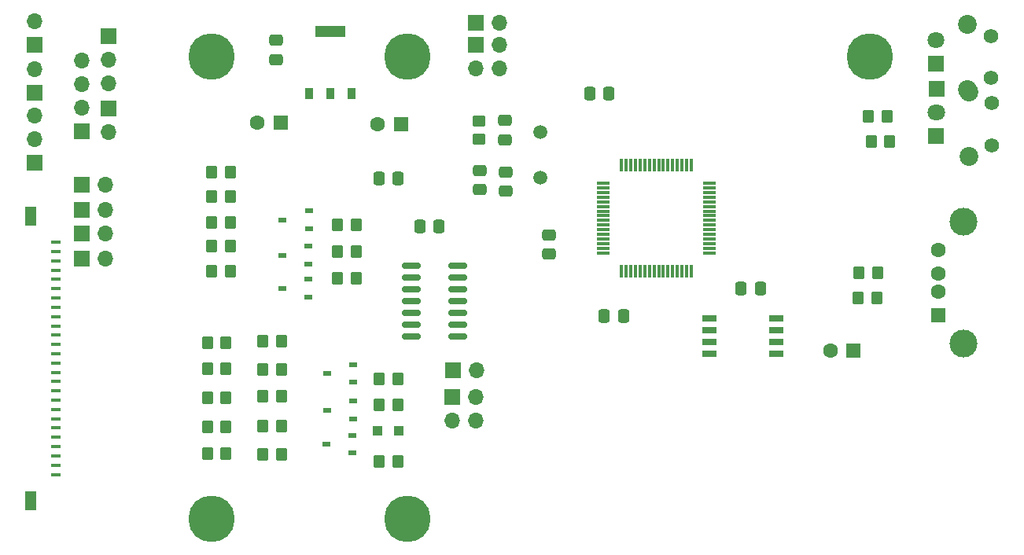
<source format=gbr>
%TF.GenerationSoftware,KiCad,Pcbnew,9.0.5*%
%TF.CreationDate,2025-10-23T10:07:50+01:00*%
%TF.ProjectId,Gotek,476f7465-6b2e-46b6-9963-61645f706362,rev?*%
%TF.SameCoordinates,Original*%
%TF.FileFunction,Soldermask,Top*%
%TF.FilePolarity,Negative*%
%FSLAX46Y46*%
G04 Gerber Fmt 4.6, Leading zero omitted, Abs format (unit mm)*
G04 Created by KiCad (PCBNEW 9.0.5) date 2025-10-23 10:07:50*
%MOMM*%
%LPD*%
G01*
G04 APERTURE LIST*
G04 Aperture macros list*
%AMRoundRect*
0 Rectangle with rounded corners*
0 $1 Rounding radius*
0 $2 $3 $4 $5 $6 $7 $8 $9 X,Y pos of 4 corners*
0 Add a 4 corners polygon primitive as box body*
4,1,4,$2,$3,$4,$5,$6,$7,$8,$9,$2,$3,0*
0 Add four circle primitives for the rounded corners*
1,1,$1+$1,$2,$3*
1,1,$1+$1,$4,$5*
1,1,$1+$1,$6,$7*
1,1,$1+$1,$8,$9*
0 Add four rect primitives between the rounded corners*
20,1,$1+$1,$2,$3,$4,$5,0*
20,1,$1+$1,$4,$5,$6,$7,0*
20,1,$1+$1,$6,$7,$8,$9,0*
20,1,$1+$1,$8,$9,$2,$3,0*%
G04 Aperture macros list end*
%ADD10C,5.000000*%
%ADD11R,1.700000X1.700000*%
%ADD12O,1.700000X1.700000*%
%ADD13RoundRect,0.250000X-0.350000X-0.450000X0.350000X-0.450000X0.350000X0.450000X-0.350000X0.450000X0*%
%ADD14RoundRect,0.250000X-0.475000X0.337500X-0.475000X-0.337500X0.475000X-0.337500X0.475000X0.337500X0*%
%ADD15R,1.600000X1.600000*%
%ADD16C,1.600000*%
%ADD17C,1.575000*%
%ADD18C,2.025000*%
%ADD19R,0.900000X0.600000*%
%ADD20R,1.800000X1.800000*%
%ADD21C,1.800000*%
%ADD22RoundRect,0.250000X-0.337500X-0.475000X0.337500X-0.475000X0.337500X0.475000X-0.337500X0.475000X0*%
%ADD23R,1.000000X0.400000*%
%ADD24R,1.300000X2.000000*%
%ADD25R,1.650000X0.700000*%
%ADD26R,1.500000X1.600000*%
%ADD27C,3.000000*%
%ADD28R,1.000000X1.000000*%
%ADD29R,1.475000X0.300000*%
%ADD30R,0.300000X1.475000*%
%ADD31RoundRect,0.250000X0.337500X0.475000X-0.337500X0.475000X-0.337500X-0.475000X0.337500X-0.475000X0*%
%ADD32RoundRect,0.250000X-0.450000X0.350000X-0.450000X-0.350000X0.450000X-0.350000X0.450000X0.350000X0*%
%ADD33C,1.500000*%
%ADD34R,0.950000X1.300000*%
%ADD35R,3.250000X1.300000*%
%ADD36RoundRect,0.250000X0.350000X0.450000X-0.350000X0.450000X-0.350000X-0.450000X0.350000X-0.450000X0*%
%ADD37RoundRect,0.150000X-0.825000X-0.150000X0.825000X-0.150000X0.825000X0.150000X-0.825000X0.150000X0*%
G04 APERTURE END LIST*
D10*
%TO.C,H1*%
X118491000Y-60642500D03*
%TD*%
%TO.C,H2*%
X139573000Y-60642500D03*
%TD*%
%TO.C,H3*%
X118491000Y-110363000D03*
%TD*%
%TO.C,H4*%
X139573000Y-110363000D03*
%TD*%
%TO.C,H5*%
X189357000Y-60642500D03*
%TD*%
D11*
%TO.C,J10*%
X104502000Y-68633500D03*
D12*
X104502000Y-66093500D03*
X104502000Y-63553500D03*
X104502000Y-61013500D03*
%TD*%
D13*
%TO.C,PU5*%
X118000000Y-91398700D03*
X120000000Y-91398700D03*
%TD*%
D14*
%TO.C,C4*%
X147307300Y-72877200D03*
X147307300Y-74952200D03*
%TD*%
D13*
%TO.C,R20*%
X189160300Y-67027400D03*
X191160300Y-67027400D03*
%TD*%
D11*
%TO.C,J7*%
X144360900Y-97291500D03*
D12*
X146900900Y-97291500D03*
X144360900Y-99831500D03*
X146900900Y-99831500D03*
%TD*%
D15*
%TO.C,C1*%
X187587100Y-92313100D03*
D16*
X185087100Y-92313100D03*
%TD*%
D11*
%TO.C,JK1*%
X146888200Y-56991200D03*
D12*
X149428200Y-56991200D03*
%TD*%
D11*
%TO.C,JA1*%
X104500000Y-77080000D03*
D12*
X107040000Y-77080000D03*
%TD*%
D17*
%TO.C,S4*%
X202485600Y-70133600D03*
X202485600Y-65633600D03*
D18*
X199985600Y-71383600D03*
X199985600Y-64383600D03*
%TD*%
D19*
%TO.C,Q5*%
X133680000Y-99616300D03*
X133680000Y-97716300D03*
X130880000Y-98666300D03*
%TD*%
D13*
%TO.C,RN4*%
X136500000Y-104171700D03*
X138500000Y-104171700D03*
%TD*%
D19*
%TO.C,Q6*%
X133702300Y-95685600D03*
X133702300Y-93785600D03*
X130902300Y-94735600D03*
%TD*%
D20*
%TO.C,L5*%
X196472200Y-69119700D03*
D21*
X196472200Y-66579700D03*
%TD*%
D22*
%TO.C,C20*%
X140878700Y-78882900D03*
X142953700Y-78882900D03*
%TD*%
D15*
%TO.C,C17*%
X138863100Y-67862400D03*
D16*
X136363100Y-67862400D03*
%TD*%
D13*
%TO.C,PU12*%
X118000000Y-103397000D03*
X120000000Y-103397000D03*
%TD*%
D22*
%TO.C,C6*%
X159165900Y-64573100D03*
X161240900Y-64573100D03*
%TD*%
D17*
%TO.C,S3*%
X202345900Y-62915800D03*
X202345900Y-58415800D03*
D18*
X199845900Y-64165800D03*
X199845900Y-57165800D03*
%TD*%
D13*
%TO.C,PU13*%
X124000000Y-103432000D03*
X126000000Y-103432000D03*
%TD*%
%TO.C,PU2*%
X118500000Y-78432000D03*
X120500000Y-78432000D03*
%TD*%
%TO.C,PU11*%
X118000000Y-100466500D03*
X120000000Y-100466500D03*
%TD*%
D19*
%TO.C,Q3*%
X128901700Y-86500400D03*
X128901700Y-84600400D03*
X126101700Y-85550400D03*
%TD*%
D23*
%TO.C,P1*%
X101660000Y-80610000D03*
X101660000Y-81610000D03*
X101660000Y-82610001D03*
X101660000Y-83609999D03*
X101660000Y-84609999D03*
X101660000Y-85610000D03*
X101660000Y-86610000D03*
X101660000Y-87609998D03*
X101660000Y-88609999D03*
X101660000Y-89609999D03*
X101660000Y-90610000D03*
X101660000Y-91610000D03*
X101660000Y-92609998D03*
X101660000Y-93609999D03*
X101660000Y-94610000D03*
X101660000Y-95610000D03*
X101660000Y-96610001D03*
X101660000Y-97609999D03*
X101660000Y-98609999D03*
X101660000Y-99610000D03*
X101660000Y-100610000D03*
X101660000Y-101610001D03*
X101660000Y-102609999D03*
X101660000Y-103609999D03*
X101660000Y-104610000D03*
X101660000Y-105610000D03*
D24*
X98960001Y-77810025D03*
X98960001Y-108409975D03*
%TD*%
D11*
%TO.C,J5*%
X104500000Y-74400000D03*
D12*
X107040000Y-74400000D03*
%TD*%
D11*
%TO.C,JKA1*%
X144460700Y-94351500D03*
D12*
X147000700Y-94351500D03*
%TD*%
D13*
%TO.C,PU9*%
X118000000Y-97326400D03*
X120000000Y-97326400D03*
%TD*%
D11*
%TO.C,JE1*%
X99450000Y-59350000D03*
D12*
X99450000Y-56810000D03*
%TD*%
D19*
%TO.C,Q4*%
X133616500Y-103286600D03*
X133616500Y-101386600D03*
X130816500Y-102336600D03*
%TD*%
D13*
%TO.C,RN2*%
X132000000Y-81600700D03*
X134000000Y-81600700D03*
%TD*%
%TO.C,PU8*%
X124000000Y-97221700D03*
X126000000Y-97221700D03*
%TD*%
D22*
%TO.C,C18*%
X136468600Y-73745700D03*
X138543600Y-73745700D03*
%TD*%
D14*
%TO.C,C5*%
X150152100Y-73022500D03*
X150152100Y-75097500D03*
%TD*%
D25*
%TO.C,U8*%
X172063200Y-88788900D03*
X172063200Y-90058900D03*
X172063200Y-91328900D03*
X172063200Y-92598900D03*
X179263200Y-92598900D03*
X179263200Y-91328900D03*
X179263200Y-90058900D03*
X179263200Y-88788900D03*
%TD*%
D11*
%TO.C,J3*%
X107362600Y-58394600D03*
D12*
X107362600Y-60934600D03*
X107362600Y-63474600D03*
%TD*%
D11*
%TO.C,J8*%
X146900000Y-59329400D03*
D12*
X149440000Y-59329400D03*
X146900000Y-61869400D03*
X149440000Y-61869400D03*
%TD*%
D13*
%TO.C,RN1*%
X132000000Y-78705100D03*
X134000000Y-78705100D03*
%TD*%
D26*
%TO.C,P3*%
X196706500Y-88456600D03*
D16*
X196706500Y-85956600D03*
X196706500Y-83956600D03*
X196706500Y-81456600D03*
D27*
X199416500Y-91526600D03*
X199416500Y-78386600D03*
%TD*%
D19*
%TO.C,Q2*%
X128901700Y-82938000D03*
X128901700Y-81038000D03*
X126101700Y-81988000D03*
%TD*%
D28*
%TO.C,DID1*%
X138650000Y-100933200D03*
X136350000Y-100933200D03*
%TD*%
D13*
%TO.C,RN3*%
X132000000Y-84461300D03*
X134000000Y-84461300D03*
%TD*%
%TO.C,RN5*%
X136500000Y-98142400D03*
X138500000Y-98142400D03*
%TD*%
D20*
%TO.C,L3*%
X196484900Y-64039700D03*
D21*
X196484900Y-66579700D03*
%TD*%
D14*
%TO.C,C3*%
X150041000Y-67494900D03*
X150041000Y-69569900D03*
%TD*%
D29*
%TO.C,U3*%
X160606600Y-74250200D03*
X160606600Y-74750200D03*
X160606600Y-75250200D03*
X160606600Y-75750200D03*
X160606600Y-76250200D03*
X160606600Y-76750200D03*
X160606600Y-77250200D03*
X160606600Y-77750200D03*
X160606600Y-78250200D03*
X160606600Y-78750200D03*
X160606600Y-79250200D03*
X160606600Y-79750200D03*
X160606600Y-80250200D03*
X160606600Y-80750200D03*
X160606600Y-81250200D03*
X160606600Y-81750200D03*
D30*
X162594600Y-83738200D03*
X163094600Y-83738200D03*
X163594600Y-83738200D03*
X164094600Y-83738200D03*
X164594600Y-83738200D03*
X165094600Y-83738200D03*
X165594600Y-83738200D03*
X166094600Y-83738200D03*
X166594600Y-83738200D03*
X167094600Y-83738200D03*
X167594600Y-83738200D03*
X168094600Y-83738200D03*
X168594600Y-83738200D03*
X169094600Y-83738200D03*
X169594600Y-83738200D03*
X170094600Y-83738200D03*
D29*
X172082600Y-81750200D03*
X172082600Y-81250200D03*
X172082600Y-80750200D03*
X172082600Y-80250200D03*
X172082600Y-79750200D03*
X172082600Y-79250200D03*
X172082600Y-78750200D03*
X172082600Y-78250200D03*
X172082600Y-77750200D03*
X172082600Y-77250200D03*
X172082600Y-76750200D03*
X172082600Y-76250200D03*
X172082600Y-75750200D03*
X172082600Y-75250200D03*
X172082600Y-74750200D03*
X172082600Y-74250200D03*
D30*
X170094600Y-72262200D03*
X169594600Y-72262200D03*
X169094600Y-72262200D03*
X168594600Y-72262200D03*
X168094600Y-72262200D03*
X167594600Y-72262200D03*
X167094600Y-72262200D03*
X166594600Y-72262200D03*
X166094600Y-72262200D03*
X165594600Y-72262200D03*
X165094600Y-72262200D03*
X164594600Y-72262200D03*
X164094600Y-72262200D03*
X163594600Y-72262200D03*
X163094600Y-72262200D03*
X162594600Y-72262200D03*
%TD*%
D11*
%TO.C,JC1*%
X104500000Y-79629000D03*
D12*
X107040000Y-79629000D03*
%TD*%
D13*
%TO.C,PU1*%
X118500000Y-75638000D03*
X120500000Y-75638000D03*
%TD*%
D11*
%TO.C,JD1*%
X99450000Y-64470000D03*
D12*
X99450000Y-61930000D03*
%TD*%
D14*
%TO.C,C23*%
X125409300Y-58862000D03*
X125409300Y-60937000D03*
%TD*%
D13*
%TO.C,PU6*%
X124000000Y-94322900D03*
X126000000Y-94322900D03*
%TD*%
%TO.C,RN6*%
X136500000Y-95294400D03*
X138500000Y-95294400D03*
%TD*%
D11*
%TO.C,JB1*%
X104497000Y-82397600D03*
D12*
X107037000Y-82397600D03*
%TD*%
D13*
%TO.C,R2*%
X188061700Y-86620300D03*
X190061700Y-86620300D03*
%TD*%
D31*
%TO.C,C8*%
X162797400Y-88576100D03*
X160722400Y-88576100D03*
%TD*%
D32*
%TO.C,R10*%
X147250200Y-67532400D03*
X147250200Y-69532400D03*
%TD*%
D33*
%TO.C,Y1*%
X153838300Y-73662100D03*
X153838300Y-68762100D03*
%TD*%
D11*
%TO.C,J4*%
X107362600Y-66209600D03*
D12*
X107362600Y-68749600D03*
%TD*%
D34*
%TO.C,U4*%
X128939900Y-64617600D03*
X131229900Y-64617600D03*
X133519900Y-64617600D03*
D35*
X131229900Y-57917600D03*
%TD*%
D13*
%TO.C,PU10*%
X124000000Y-100396700D03*
X126000000Y-100396700D03*
%TD*%
D36*
%TO.C,R13*%
X120500000Y-73091700D03*
X118500000Y-73091700D03*
%TD*%
D19*
%TO.C,Q1*%
X128920700Y-79137500D03*
X128920700Y-77237500D03*
X126120700Y-78187500D03*
%TD*%
D20*
%TO.C,L4*%
X196399200Y-61409500D03*
D21*
X196399200Y-58869500D03*
%TD*%
D13*
%TO.C,PU14*%
X118500000Y-83734300D03*
X120500000Y-83734300D03*
%TD*%
D37*
%TO.C,U1*%
X139984100Y-83127800D03*
X139984100Y-84397800D03*
X139984100Y-85667800D03*
X139984100Y-86937800D03*
X139984100Y-88207800D03*
X139984100Y-89477800D03*
X139984100Y-90747800D03*
X144934100Y-90747800D03*
X144934100Y-89477800D03*
X144934100Y-88207800D03*
X144934100Y-86937800D03*
X144934100Y-85667800D03*
X144934100Y-84397800D03*
X144934100Y-83127800D03*
%TD*%
D13*
%TO.C,R1*%
X188169600Y-83883500D03*
X190169600Y-83883500D03*
%TD*%
%TO.C,R21*%
X189477800Y-69757900D03*
X191477800Y-69757900D03*
%TD*%
D14*
%TO.C,C9*%
X154774900Y-79794800D03*
X154774900Y-81869800D03*
%TD*%
D13*
%TO.C,PU4*%
X124000000Y-91287600D03*
X126000000Y-91287600D03*
%TD*%
D15*
%TO.C,C19*%
X125871500Y-67687800D03*
D16*
X123371500Y-67687800D03*
%TD*%
D13*
%TO.C,PU3*%
X118500000Y-80978400D03*
X120500000Y-80978400D03*
%TD*%
%TO.C,PU7*%
X118000000Y-94246700D03*
X120000000Y-94246700D03*
%TD*%
D11*
%TO.C,MO1*%
X99450000Y-72000000D03*
D12*
X99450000Y-69460000D03*
X99450000Y-66920000D03*
%TD*%
D22*
%TO.C,C16*%
X175463900Y-85613900D03*
X177538900Y-85613900D03*
%TD*%
M02*

</source>
